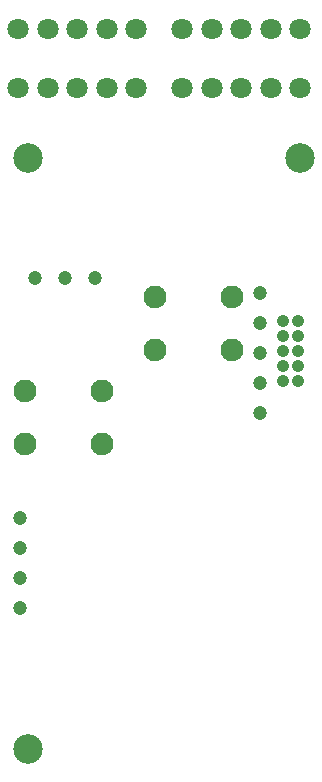
<source format=gbr>
G04 EAGLE Gerber RS-274X export*
G75*
%MOMM*%
%FSLAX34Y34*%
%LPD*%
%INSoldermask Bottom*%
%IPPOS*%
%AMOC8*
5,1,8,0,0,1.08239X$1,22.5*%
G01*
%ADD10C,2.500000*%
%ADD11C,1.800000*%
%ADD12C,1.050000*%
%ADD13C,1.200000*%
%ADD14C,1.930400*%


D10*
X20000Y660000D03*
X250000Y660000D03*
X20000Y160000D03*
D11*
X250200Y719000D03*
X250200Y769000D03*
X225200Y719000D03*
X225200Y769000D03*
X200200Y719000D03*
X200200Y769000D03*
X175200Y719000D03*
X175200Y769000D03*
X150200Y719000D03*
X150200Y769000D03*
X111600Y719000D03*
X111600Y769000D03*
X86600Y719000D03*
X86600Y769000D03*
X61600Y719000D03*
X61600Y769000D03*
X36600Y719000D03*
X36600Y769000D03*
X11600Y719000D03*
X11600Y769000D03*
D12*
X236000Y522400D03*
X236000Y509700D03*
X236000Y497000D03*
X236000Y484300D03*
X236000Y471600D03*
X248700Y522400D03*
X248700Y509700D03*
X248700Y497000D03*
X248700Y484300D03*
X248700Y471600D03*
D13*
X215900Y520700D03*
X215900Y495300D03*
X215900Y469900D03*
X215900Y444500D03*
X215900Y546100D03*
X50800Y558800D03*
X76200Y558800D03*
D14*
X127500Y542500D03*
X192500Y542500D03*
X127500Y497500D03*
X192500Y497500D03*
X17500Y462500D03*
X82500Y462500D03*
X17500Y417500D03*
X82500Y417500D03*
D13*
X12700Y279400D03*
X12700Y304800D03*
X12700Y330200D03*
X12700Y355600D03*
X25400Y558800D03*
M02*

</source>
